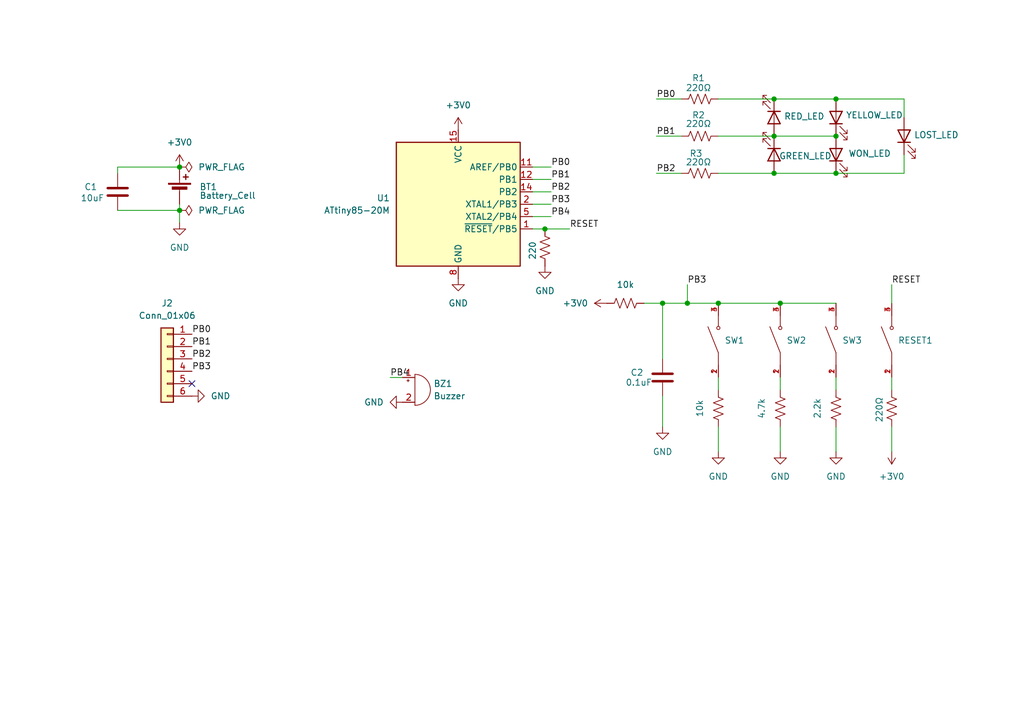
<source format=kicad_sch>
(kicad_sch (version 20250114) (generator "eeschema") (generator_version "9.0")
  (paper "A5")
  (title_block (title "Business Card PCB") (date "2025-09-25"))
  (lib_symbols
    (symbol "BUSINESS_PCB_SYM:B3SN-3012P" (pin_names (offset 1.016))
      (property "Reference" "S" (at -2.54 2.54 0))
      (property "Value" "B3SN-3012P" (at -2.54 -2.54 0))
      (symbol "B3SN-3012P_0_0"
        (polyline (pts (xy -2.54 0) (xy -5.08 0)) (stroke (width 0.1524)))
        (polyline (pts (xy -2.54 0) (xy 2.794 2.1336)) (stroke (width 0.1524)))
        (circle (center 2.54 0) (radius 0.3302) (stroke (width 0.1524)))
        (polyline (pts (xy 5.08 0) (xy 2.921 0)) (stroke (width 0.1524)))
        (pin passive line (at -7.62 0 0) (length 2.54) (name "~") (number "1"))
        (pin passive line (at -7.62 0 0) (length 2.54) (name "~") (number "2"))
        (pin passive line (at 7.62 0 180) (length 2.54) (name "~") (number "3"))
        (pin passive line (at 7.62 0 180) (length 2.54) (name "~") (number "4"))
      )
    )
    (symbol "Connector_Generic:Conn_01x06" (pin_names (offset 1.016) (hide yes))
      (property "Reference" "J" (at 0 7.62 0))
      (property "Value" "Conn_01x06" (at 0 -10.16 0))
      (symbol "Conn_01x06_1_1"
        (rectangle (start -1.27 6.35) (end 1.27 -8.89) (stroke (width 0.254)) (fill (type background)))
        (rectangle (start -1.27 5.207) (end 0 4.953) (stroke (width 0.1524)))
        (rectangle (start -1.27 2.667) (end 0 2.413) (stroke (width 0.1524)))
        (rectangle (start -1.27 0.127) (end 0 -0.127) (stroke (width 0.1524)))
        (rectangle (start -1.27 -2.413) (end 0 -2.667) (stroke (width 0.1524)))
        (rectangle (start -1.27 -4.953) (end 0 -5.207) (stroke (width 0.1524)))
        (rectangle (start -1.27 -7.493) (end 0 -7.747) (stroke (width 0.1524)))
        (pin passive line (at -5.08 5.08 0) (length 3.81) (name "Pin_1") (number "1"))
        (pin passive line (at -5.08 2.54 0) (length 3.81) (name "Pin_2") (number "2"))
        (pin passive line (at -5.08 0 0) (length 3.81) (name "Pin_3") (number "3"))
        (pin passive line (at -5.08 -2.54 0) (length 3.81) (name "Pin_4") (number "4"))
        (pin passive line (at -5.08 -5.08 0) (length 3.81) (name "Pin_5") (number "5"))
        (pin passive line (at -5.08 -7.62 0) (length 3.81) (name "Pin_6") (number "6"))
      )
    )
    (symbol "Device:Battery_Cell" (pin_numbers (hide yes)) (pin_names (offset 0) (hide yes))
      (property "Reference" "BT" (at 2.54 2.54 0))
      (property "Value" "Battery_Cell" (at 2.54 0 0))
      (symbol "Battery_Cell_0_1"
        (rectangle (start -2.286 1.778) (end 2.286 1.524) (fill (type outline)))
        (rectangle (start -1.524 1.016) (end 1.524 0.508) (fill (type outline)))
        (polyline (pts (xy 0 1.778) (xy 0 2.54)))
        (polyline (pts (xy 0 0.762) (xy 0 0)))
        (polyline (pts (xy 0.762 3.048) (xy 1.778 3.048)) (stroke (width 0.254)))
        (polyline (pts (xy 1.27 3.556) (xy 1.27 2.54)) (stroke (width 0.254)))
      )
      (symbol "Battery_Cell_1_1"
        (pin passive line (at 0 5.08 270) (length 2.54) (name "+") (number "1"))
        (pin passive line (at 0 -2.54 90) (length 2.54) (name "-") (number "2"))
      )
    )
    (symbol "Device:Buzzer" (pin_names (offset 0.0254) (hide yes))
      (property "Reference" "BZ" (at 3.81 1.27 0))
      (property "Value" "Buzzer" (at 3.81 -1.27 0))
      (symbol "Buzzer_0_1"
        (polyline (pts (xy -1.651 1.905) (xy -1.143 1.905)))
        (polyline (pts (xy -1.397 2.159) (xy -1.397 1.651)))
        (arc (start 0 3.175) (mid 3.1612 0) (end 0 -3.175))
        (polyline (pts (xy 0 3.175) (xy 0 -3.175)))
      )
      (symbol "Buzzer_1_1"
        (pin passive line (at -2.54 2.54 0) (length 2.54) (name "+") (number "1"))
        (pin passive line (at -2.54 -2.54 0) (length 2.54) (name "-") (number "2"))
      )
    )
    (symbol "Device:C" (pin_numbers (hide yes)) (pin_names (offset 0.254))
      (property "Reference" "C" (at 0.635 2.54 0))
      (property "Value" "C" (at 0.635 -2.54 0))
      (symbol "C_0_1"
        (polyline (pts (xy -2.032 0.762) (xy 2.032 0.762)) (stroke (width 0.508)))
        (polyline (pts (xy -2.032 -0.762) (xy 2.032 -0.762)) (stroke (width 0.508)))
      )
      (symbol "C_1_1"
        (pin passive line (at 0 3.81 270) (length 2.794) (name "~") (number "1"))
        (pin passive line (at 0 -3.81 90) (length 2.794) (name "~") (number "2"))
      )
    )
    (symbol "Device:LED" (pin_numbers (hide yes)) (pin_names (offset 1.016) (hide yes))
      (property "Reference" "D" (at 0 2.54 0))
      (property "Value" "LED" (at 0 -2.54 0))
      (symbol "LED_0_1"
        (polyline (pts (xy -3.048 -0.762) (xy -4.572 -2.286) (xy -3.81 -2.286) (xy -4.572 -2.286) (xy -4.572 -1.524)))
        (polyline (pts (xy -1.778 -0.762) (xy -3.302 -2.286) (xy -2.54 -2.286) (xy -3.302 -2.286) (xy -3.302 -1.524)))
        (polyline (pts (xy -1.27 0) (xy 1.27 0)))
        (polyline (pts (xy -1.27 -1.27) (xy -1.27 1.27)) (stroke (width 0.254)))
        (polyline (pts (xy 1.27 -1.27) (xy 1.27 1.27) (xy -1.27 0) (xy 1.27 -1.27)) (stroke (width 0.254)))
      )
      (symbol "LED_1_1"
        (pin passive line (at -3.81 0 0) (length 2.54) (name "K") (number "1"))
        (pin passive line (at 3.81 0 180) (length 2.54) (name "A") (number "2"))
      )
    )
    (symbol "Device:R_US" (pin_numbers (hide yes)) (pin_names (offset 0))
      (property "Reference" "R" (at 2.54 0 90))
      (property "Value" "R_US" (at -2.54 0 90))
      (symbol "R_US_0_1"
        (polyline (pts (xy 0 2.286) (xy 0 2.54)))
        (polyline (pts (xy 0 2.286) (xy 1.016 1.905) (xy 0 1.524) (xy -1.016 1.143) (xy 0 0.762)))
        (polyline (pts (xy 0 0.762) (xy 1.016 0.381) (xy 0 0) (xy -1.016 -0.381) (xy 0 -0.762)))
        (polyline (pts (xy 0 -0.762) (xy 1.016 -1.143) (xy 0 -1.524) (xy -1.016 -1.905) (xy 0 -2.286)))
        (polyline (pts (xy 0 -2.286) (xy 0 -2.54)))
      )
      (symbol "R_US_1_1"
        (pin passive line (at 0 3.81 270) (length 1.27) (name "~") (number "1"))
        (pin passive line (at 0 -3.81 90) (length 1.27) (name "~") (number "2"))
      )
    )
    (symbol "MCU_Microchip_ATtiny:ATtiny85-20M"
      (property "Reference" "U" (at -12.7 13.97 0))
      (property "Value" "ATtiny85-20M" (at 2.54 -13.97 0))
      (symbol "ATtiny85-20M_0_1"
        (rectangle (start -12.7 -12.7) (end 12.7 12.7) (stroke (width 0.254)) (fill (type background)))
      )
      (symbol "ATtiny85-20M_1_1"
        (pin no_connect line (at -12.7 10.16 0) (length 2.54) (hide yes) (name "NC") (number "3"))
        (pin no_connect line (at -12.7 7.62 0) (length 2.54) (hide yes) (name "NC") (number "4"))
        (pin no_connect line (at -12.7 5.08 0) (length 2.54) (hide yes) (name "NC") (number "6"))
        (pin no_connect line (at -12.7 2.54 0) (length 2.54) (hide yes) (name "NC") (number "7"))
        (pin no_connect line (at -12.7 0 0) (length 2.54) (hide yes) (name "NC") (number "9"))
        (pin no_connect line (at -12.7 -2.54 0) (length 2.54) (hide yes) (name "NC") (number "10"))
        (pin no_connect line (at -12.7 -5.08 0) (length 2.54) (hide yes) (name "NC") (number "13"))
        (pin no_connect line (at -12.7 -7.62 0) (length 2.54) (hide yes) (name "NC") (number "16"))
        (pin no_connect line (at -12.7 -10.16 0) (length 2.54) (hide yes) (name "NC") (number "17"))
        (pin no_connect line (at -7.62 -12.7 90) (length 2.54) (hide yes) (name "NC") (number "18"))
        (pin no_connect line (at -5.08 -12.7 90) (length 2.54) (hide yes) (name "NC") (number "19"))
        (pin no_connect line (at -2.54 -12.7 90) (length 2.54) (hide yes) (name "NC") (number "20"))
        (pin power_in line (at 0 15.24 270) (length 2.54) (name "VCC") (number "15"))
        (pin passive line (at 0 -15.24 90) (length 2.54) (hide yes) (name "GND") (number "21"))
        (pin power_in line (at 0 -15.24 90) (length 2.54) (name "GND") (number "8"))
        (pin bidirectional line (at 15.24 7.62 180) (length 2.54) (name "AREF/PB0") (number "11"))
        (pin bidirectional line (at 15.24 5.08 180) (length 2.54) (name "PB1") (number "12"))
        (pin bidirectional line (at 15.24 2.54 180) (length 2.54) (name "PB2") (number "14"))
        (pin bidirectional line (at 15.24 0 180) (length 2.54) (name "XTAL1/PB3") (number "2"))
        (pin bidirectional line (at 15.24 -2.54 180) (length 2.54) (name "XTAL2/PB4") (number "5"))
        (pin bidirectional line (at 15.24 -5.08 180) (length 2.54) (name "~{RESET}/PB5") (number "1"))
      )
    )
    (symbol "power:+3V0" (power) (pin_numbers (hide yes)) (pin_names (offset 0) (hide yes))
      (property "Value" "+3V0" (at 0 3.556 0))
      (symbol "+3V0_0_1"
        (polyline (pts (xy -0.762 1.27) (xy 0 2.54)))
        (polyline (pts (xy 0 2.54) (xy 0.762 1.27)))
        (polyline (pts (xy 0 0) (xy 0 2.54)))
      )
      (symbol "+3V0_1_1"
        (pin power_in line (at 0 0 90) (length 0) (name "~") (number "1"))
      )
    )
    (symbol "power:GND" (power) (pin_numbers (hide yes)) (pin_names (offset 0) (hide yes))
      (property "Value" "GND" (at 0 -3.81 0))
      (symbol "GND_0_1"
        (polyline (pts (xy 0 0) (xy 0 -1.27) (xy 1.27 -1.27) (xy 0 -2.54) (xy -1.27 -1.27) (xy 0 -1.27)))
      )
      (symbol "GND_1_1"
        (pin power_in line (at 0 0 270) (length 0) (name "~") (number "1"))
      )
    )
    (symbol "power:PWR_FLAG" (power) (pin_numbers (hide yes)) (pin_names (offset 0) (hide yes))
      (property "Value" "PWR_FLAG" (at 0 3.81 0))
      (symbol "PWR_FLAG_0_0"
        (pin power_out line (at 0 0 90) (length 0) (name "~") (number "1"))
      )
      (symbol "PWR_FLAG_0_1"
        (polyline (pts (xy 0 0) (xy 0 1.27) (xy -1.016 1.905) (xy 0 2.54) (xy 1.016 1.905) (xy 0 1.27)))
      )
    )
  )
  (junction (at 158.75 35.56))
  (junction (at 36.83 43.18))
  (junction (at 160.02 62.23))
  (junction (at 158.75 27.94))
  (junction (at 135.89 62.23))
  (junction (at 147.32 62.23))
  (junction (at 158.75 20.32))
  (junction (at 171.45 35.56))
  (junction (at 140.97 62.23))
  (junction (at 36.83 34.29))
  (junction (at 171.45 20.32))
  (junction (at 171.45 27.94))
  (junction (at 111.76 46.99))
  (no_connect (at 39.37 78.74))
  (wire (pts (xy 135.89 81.28) (xy 135.89 87.63)))
  (wire (pts (xy 139.7 35.56) (xy 134.62 35.56)))
  (wire (pts (xy 171.45 87.63) (xy 171.45 92.71)))
  (wire (pts (xy 185.42 31.75) (xy 185.42 35.56)))
  (wire (pts (xy 24.13 35.56) (xy 24.13 34.29)))
  (wire (pts (xy 109.22 36.83) (xy 113.03 36.83)))
  (wire (pts (xy 160.02 62.23) (xy 171.45 62.23)))
  (wire (pts (xy 147.32 77.47) (xy 147.32 80.01)))
  (wire (pts (xy 147.32 20.32) (xy 158.75 20.32)))
  (wire (pts (xy 147.32 62.23) (xy 160.02 62.23)))
  (wire (pts (xy 111.76 46.99) (xy 116.84 46.99)))
  (wire (pts (xy 158.75 27.94) (xy 171.45 27.94)))
  (wire (pts (xy 135.89 73.66) (xy 135.89 62.23)))
  (wire (pts (xy 171.45 20.32) (xy 185.42 20.32)))
  (wire (pts (xy 109.22 34.29) (xy 113.03 34.29)))
  (wire (pts (xy 160.02 77.47) (xy 160.02 80.01)))
  (wire (pts (xy 139.7 27.94) (xy 134.62 27.94)))
  (wire (pts (xy 135.89 62.23) (xy 140.97 62.23)))
  (wire (pts (xy 36.83 45.72) (xy 36.83 43.18)))
  (wire (pts (xy 147.32 35.56) (xy 158.75 35.56)))
  (wire (pts (xy 140.97 62.23) (xy 147.32 62.23)))
  (wire (pts (xy 134.62 20.32) (xy 139.7 20.32)))
  (wire (pts (xy 24.13 43.18) (xy 36.83 43.18)))
  (wire (pts (xy 158.75 35.56) (xy 171.45 35.56)))
  (wire (pts (xy 36.83 43.18) (xy 36.83 41.91)))
  (wire (pts (xy 113.03 41.91) (xy 109.22 41.91)))
  (wire (pts (xy 171.45 77.47) (xy 171.45 80.01)))
  (wire (pts (xy 132.08 62.23) (xy 135.89 62.23)))
  (wire (pts (xy 182.88 58.42) (xy 182.88 62.23)))
  (wire (pts (xy 147.32 27.94) (xy 158.75 27.94)))
  (wire (pts (xy 182.88 77.47) (xy 182.88 80.01)))
  (wire (pts (xy 24.13 34.29) (xy 36.83 34.29)))
  (wire (pts (xy 109.22 39.37) (xy 113.03 39.37)))
  (wire (pts (xy 158.75 20.32) (xy 171.45 20.32)))
  (wire (pts (xy 140.97 58.42) (xy 140.97 62.23)))
  (wire (pts (xy 80.01 77.47) (xy 82.55 77.47)))
  (wire (pts (xy 109.22 46.99) (xy 111.76 46.99)))
  (wire (pts (xy 171.45 35.56) (xy 185.42 35.56)))
  (wire (pts (xy 182.88 87.63) (xy 182.88 92.71)))
  (wire (pts (xy 185.42 24.13) (xy 185.42 20.32)))
  (wire (pts (xy 160.02 87.63) (xy 160.02 92.71)))
  (wire (pts (xy 113.03 44.45) (xy 109.22 44.45)))
  (wire (pts (xy 147.32 87.63) (xy 147.32 92.71)))
  (label "PB4" (at 80.01 77.47 0))
  (label "RESET" (at 182.88 58.42 0))
  (label "PB2" (at 134.62 35.56 0))
  (label "RESET" (at 116.84 46.99 0))
  (label "PB0" (at 134.62 20.32 0))
  (label "PB3" (at 39.37 76.2 0))
  (label "PB2" (at 113.03 39.37 0))
  (label "PB0" (at 39.37 68.58 0))
  (label "PB0" (at 113.03 34.29 0))
  (label "PB3" (at 140.97 58.42 0))
  (label "PB2" (at 39.37 73.66 0))
  (label "PB1" (at 39.37 71.12 0))
  (label "PB1" (at 134.62 27.94 0))
  (label "PB3" (at 113.03 41.91 0))
  (label "PB4" (at 113.03 44.45 0))
  (label "PB1" (at 113.03 36.83 0))
  (symbol (lib_id "power:GND") (at 93.98 57.15 0) (unit 1)
    (property "Reference" "#PWR04" (effects (hide yes)))
    (property "Value" "GND" (at 93.98 62.23 0))
    (property "Description" "Power symbol creates a global label with name \"GND\" , ground" (effects (hide yes)))
  )
  (symbol (lib_id "Device:LED") (at 158.75 24.13 270) (unit 1)
    (property "Reference" "LED1" (effects (hide yes)))
    (property "Value" "RED_LED" (at 160.782 23.876 90) (effects (justify left)))
    (property "Footprint" "BUSINESS_CARD:SMD_RED_LTST-S270KRKT" (effects (hide yes)))
    (property "Description" "Light emitting diode" (effects (hide yes)))
    (property "Sim.Pins" "1=K 2=A" (effects (hide yes)))
  )
  (symbol (lib_id "Device:R_US") (at 171.45 83.82 180) (unit 1)
    (property "Reference" "R7" (effects (hide yes)))
    (property "Value" "2.2k" (at 167.64 83.82 90))
    (property "Footprint" "BUSINESS_CARD:R_0222" (effects (hide yes)))
    (property "Description" "Resistor, US symbol" (effects (hide yes)))
  )
  (symbol (lib_id "BUSINESS_PCB_SYM:B3SN-3012P") (at 171.45 69.85 90) (unit 1)
    (property "Reference" "SW3" (at 172.72 69.8499 90) (effects (justify right)))
    (property "Value" "B3SN-3012P" (effects (hide yes)))
    (property "Footprint" "BUSINESS_CARD:SW_B3SN-3012P" (effects (hide yes)))
    (property "PARTREV" "0719(0207)(O)" (effects (hide yes)))
    (property "MANUFACTURER" "Omron" (effects (hide yes)))
    (property "MAXIMUM_PACKAGE_HEIGHT" "3.4mm" (effects (hide yes)))
    (property "STANDARD" "Manufacturer Recommendations" (effects (hide yes)))
  )
  (symbol (lib_id "Device:R_US") (at 111.76 50.8 0) (unit 1)
    (property "Reference" "R9" (effects (hide yes)))
    (property "Value" "220" (at 109.22 53.34 90) (effects (justify left)))
    (property "Footprint" "BUSINESS_CARD:221_R_RESC1005X40N" (effects (hide yes)))
    (property "Description" "Resistor, US symbol" (effects (hide yes)))
  )
  (symbol (lib_id "BUSINESS_PCB_SYM:B3SN-3012P") (at 147.32 69.85 90) (unit 1)
    (property "Reference" "SW1" (at 148.59 69.8499 90) (effects (justify right)))
    (property "Value" "B3SN-3012P" (effects (hide yes)))
    (property "Footprint" "BUSINESS_CARD:SW_B3SN-3012P" (effects (hide yes)))
    (property "PARTREV" "0719(0207)(O)" (effects (hide yes)))
    (property "MANUFACTURER" "Omron" (effects (hide yes)))
    (property "MAXIMUM_PACKAGE_HEIGHT" "3.4mm" (effects (hide yes)))
    (property "STANDARD" "Manufacturer Recommendations" (effects (hide yes)))
  )
  (symbol (lib_id "power:GND") (at 160.02 92.71 0) (unit 1)
    (property "Reference" "#PWR07" (effects (hide yes)))
    (property "Value" "GND" (at 160.02 97.79 0))
    (property "Description" "Power symbol creates a global label with name \"GND\" , ground" (effects (hide yes)))
  )
  (symbol (lib_id "power:GND") (at 82.55 82.55 270) (unit 1)
    (property "Reference" "#PWR011" (effects (hide yes)))
    (property "Value" "GND" (at 78.74 82.5499 90) (effects (justify right)))
    (property "Description" "Power symbol creates a global label with name \"GND\" , ground" (effects (hide yes)))
  )
  (symbol (lib_id "power:+3V0") (at 36.83 34.29 0) (unit 1)
    (property "Reference" "#PWR01" (effects (hide yes)))
    (property "Value" "+3V0" (at 36.83 29.21 0))
    (property "Description" "Power symbol creates a global label with name \"+3V0\"" (effects (hide yes)))
  )
  (symbol (lib_id "Device:C") (at 24.13 39.37 0) (unit 1)
    (property "Reference" "C1" (at 17.272 38.354 0) (effects (justify left)))
    (property "Value" "10uF" (at 16.51 40.64 0) (effects (justify left)))
    (property "Footprint" "BUSINESS_CARD:C_106" (effects (hide yes)))
    (property "Description" "Unpolarized capacitor" (effects (hide yes)))
  )
  (symbol (lib_id "BUSINESS_PCB_SYM:B3SN-3012P") (at 182.88 69.85 90) (unit 1)
    (property "Reference" "RESET1" (at 184.15 69.8499 90) (effects (justify right)))
    (property "Value" "B3SN-3012P" (effects (hide yes)))
    (property "Footprint" "BUSINESS_CARD:SW_B3SN-3012P" (effects (hide yes)))
    (property "PARTREV" "0719(0207)(O)" (effects (hide yes)))
    (property "MANUFACTURER" "Omron" (effects (hide yes)))
    (property "MAXIMUM_PACKAGE_HEIGHT" "3.4mm" (effects (hide yes)))
    (property "STANDARD" "Manufacturer Recommendations" (effects (hide yes)))
  )
  (symbol (lib_id "Device:R_US") (at 143.51 20.32 90) (unit 1)
    (property "Reference" "R1" (at 143.256 16.002 90))
    (property "Value" "220Ω" (at 143.256 18.034 90))
    (property "Footprint" "BUSINESS_CARD:221_R_RESC1005X40N" (effects (hide yes)))
    (property "Description" "Resistor, US symbol" (effects (hide yes)))
  )
  (symbol (lib_id "BUSINESS_PCB_SYM:B3SN-3012P") (at 160.02 69.85 90) (unit 1)
    (property "Reference" "SW2" (at 161.29 69.8499 90) (effects (justify right)))
    (property "Value" "B3SN-3012P" (effects (hide yes)))
    (property "Footprint" "BUSINESS_CARD:SW_B3SN-3012P" (effects (hide yes)))
    (property "PARTREV" "0719(0207)(O)" (effects (hide yes)))
    (property "MANUFACTURER" "Omron" (effects (hide yes)))
    (property "MAXIMUM_PACKAGE_HEIGHT" "3.4mm" (effects (hide yes)))
    (property "STANDARD" "Manufacturer Recommendations" (effects (hide yes)))
  )
  (symbol (lib_id "Device:R_US") (at 143.51 35.56 90) (unit 1)
    (property "Reference" "R3" (at 142.748 31.496 90))
    (property "Value" "220Ω" (at 143.256 33.274 90))
    (property "Footprint" "BUSINESS_CARD:221_R_RESC1005X40N" (effects (hide yes)))
    (property "Description" "Resistor, US symbol" (effects (hide yes)))
  )
  (symbol (lib_id "MCU_Microchip_ATtiny:ATtiny85-20M") (at 93.98 41.91 0) (unit 1)
    (property "Reference" "U1" (at 80.01 40.6399 0) (effects (justify right)))
    (property "Value" "ATtiny85-20M" (at 80.01 43.1799 0) (effects (justify right)))
    (property "Footprint" "Package_DFN_QFN:QFN-20-1EP_4x4mm_P0.5mm_EP2.6x2.6mm" (effects (hide yes)))
    (property "Datasheet" "http://ww1.microchip.com/downloads/en/DeviceDoc/atmel-2586-avr-8-bit-microcontroller-attiny25-attiny45-attiny85_datasheet.pdf" (effects (hide yes)))
    (property "Description" "20MHz, 8kB Flash, 512B SRAM, 512B EEPROM, debugWIRE, QFN-20" (effects (hide yes)))
  )
  (symbol (lib_id "power:GND") (at 39.37 81.28 90) (unit 1)
    (property "Reference" "#PWR014" (effects (hide yes)))
    (property "Value" "GND" (at 43.18 81.2799 90) (effects (justify right)))
    (property "Description" "Power symbol creates a global label with name \"GND\" , ground" (effects (hide yes)))
  )
  (symbol (lib_id "Device:R_US") (at 147.32 83.82 180) (unit 1)
    (property "Reference" "R5" (effects (hide yes)))
    (property "Value" "10k" (at 143.51 83.82 90))
    (property "Footprint" "BUSINESS_CARD:R_0103" (effects (hide yes)))
    (property "Description" "Resistor, US symbol" (effects (hide yes)))
  )
  (symbol (lib_id "Device:R_US") (at 182.88 83.82 180) (unit 1)
    (property "Reference" "R8" (effects (hide yes)))
    (property "Value" "220Ω" (at 180.34 84.074 90))
    (property "Footprint" "BUSINESS_CARD:221_R_RESC1005X40N" (effects (hide yes)))
    (property "Description" "Resistor, US symbol" (effects (hide yes)))
  )
  (symbol (lib_id "Device:R_US") (at 128.27 62.23 90) (unit 1)
    (property "Reference" "R4" (effects (hide yes)))
    (property "Value" "10k" (at 128.27 58.42 90))
    (property "Footprint" "BUSINESS_CARD:R_0103" (effects (hide yes)))
    (property "Description" "Resistor, US symbol" (effects (hide yes)))
  )
  (symbol (lib_id "Device:LED") (at 158.75 31.75 270) (unit 1)
    (property "Reference" "LED2" (effects (hide yes)))
    (property "Value" "GREEN_LED" (at 159.766 32.004 90) (effects (justify left)))
    (property "Footprint" "BUSINESS_CARD:SMD__GREEN_LTST-C170GKT_LTO" (effects (hide yes)))
    (property "Description" "Light emitting diode" (effects (hide yes)))
    (property "Sim.Pins" "1=K 2=A" (effects (hide yes)))
  )
  (symbol (lib_id "Device:LED") (at 171.45 31.75 90) (unit 1)
    (property "Reference" "LED4" (effects (hide yes)))
    (property "Value" "WON_LED" (at 173.99 31.496 90) (effects (justify right)))
    (property "Footprint" "BUSINESS_CARD:SMD_RED_LTST-S270KRKT" (effects (hide yes)))
    (property "Description" "Light emitting diode" (effects (hide yes)))
    (property "Sim.Pins" "1=K 2=A" (effects (hide yes)))
  )
  (symbol (lib_id "Device:LED") (at 171.45 24.13 90) (unit 1)
    (property "Reference" "LED3" (effects (hide yes)))
    (property "Value" "YELLOW_LED" (at 173.482 23.622 90) (effects (justify right)))
    (property "Footprint" "BUSINESS_CARD:YELLOW_LED_.LTST-C190KSKT" (effects (hide yes)))
    (property "Description" "Light emitting diode" (effects (hide yes)))
    (property "Sim.Pins" "1=K 2=A" (effects (hide yes)))
  )
  (symbol (lib_id "Device:R_US") (at 160.02 83.82 180) (unit 1)
    (property "Reference" "R6" (effects (hide yes)))
    (property "Value" "4.7k" (at 156.21 83.82 90))
    (property "Footprint" "BUSINESS_CARD:R_0472" (effects (hide yes)))
    (property "Description" "Resistor, US symbol" (effects (hide yes)))
  )
  (symbol (lib_id "power:GND") (at 135.89 87.63 0) (unit 1)
    (property "Reference" "#PWR010" (effects (hide yes)))
    (property "Value" "GND" (at 135.89 92.71 0))
    (property "Description" "Power symbol creates a global label with name \"GND\" , ground" (effects (hide yes)))
  )
  (symbol (lib_id "Device:LED") (at 185.42 27.94 90) (unit 1)
    (property "Reference" "LED5" (effects (hide yes)))
    (property "Value" "LOST_LED" (at 187.452 27.686 90) (effects (justify right)))
    (property "Footprint" "BUSINESS_CARD:SMD_RED_LTST-S270KRKT" (effects (hide yes)))
    (property "Description" "Light emitting diode" (effects (hide yes)))
    (property "Sim.Pins" "1=K 2=A" (effects (hide yes)))
  )
  (symbol (lib_id "Device:R_US") (at 143.51 27.94 90) (unit 1)
    (property "Reference" "R2" (at 143.256 23.622 90))
    (property "Value" "220Ω" (at 143.256 25.4 90))
    (property "Footprint" "BUSINESS_CARD:221_R_RESC1005X40N" (effects (hide yes)))
    (property "Description" "Resistor, US symbol" (effects (hide yes)))
  )
  (symbol (lib_id "power:GND") (at 147.32 92.71 0) (unit 1)
    (property "Reference" "#PWR06" (effects (hide yes)))
    (property "Value" "GND" (at 147.32 97.79 0))
    (property "Description" "Power symbol creates a global label with name \"GND\" , ground" (effects (hide yes)))
  )
  (symbol (lib_id "Device:Battery_Cell") (at 36.83 39.37 0) (unit 1)
    (property "Reference" "BT1" (at 40.894 38.354 0) (effects (justify left)))
    (property "Value" "Battery_Cell" (at 40.894 40.132 0) (effects (justify left)))
    (property "Footprint" "Coin_Battery_Holder_CR2032:Coin_Battery_Holder_CR2032" (effects (hide yes)))
    (property "Description" "Single-cell battery" (effects (hide yes)))
  )
  (symbol (lib_id "power:+3V0") (at 93.98 26.67 0) (unit 1)
    (property "Reference" "#PWR03" (effects (hide yes)))
    (property "Value" "+3V0" (at 93.98 21.59 0))
    (property "Description" "Power symbol creates a global label with name \"+3V0\"" (effects (hide yes)))
  )
  (symbol (lib_id "power:PWR_FLAG") (at 36.83 43.18 270) (unit 1)
    (property "Reference" "#FLG02" (effects (hide yes)))
    (property "Value" "PWR_FLAG" (at 40.64 43.1799 90) (effects (justify left)))
    (property "Description" "Special symbol for telling ERC where power comes from" (effects (hide yes)))
  )
  (symbol (lib_id "power:GND") (at 171.45 92.71 0) (unit 1)
    (property "Reference" "#PWR08" (effects (hide yes)))
    (property "Value" "GND" (at 171.45 97.79 0))
    (property "Description" "Power symbol creates a global label with name \"GND\" , ground" (effects (hide yes)))
  )
  (symbol (lib_id "Device:Buzzer") (at 85.09 80.01 0) (unit 1)
    (property "Reference" "BZ1" (at 88.9 78.7399 0) (effects (justify left)))
    (property "Value" "Buzzer" (at 88.9 81.2799 0) (effects (justify left)))
    (property "Footprint" "BUSINESS_CARD:piezo_buzzer" (effects (hide yes)))
    (property "Description" "Buzzer, polarized" (effects (hide yes)))
  )
  (symbol (lib_id "power:GND") (at 36.83 45.72 0) (unit 1)
    (property "Reference" "#PWR02" (effects (hide yes)))
    (property "Value" "GND" (at 36.83 50.8 0))
    (property "Description" "Power symbol creates a global label with name \"GND\" , ground" (effects (hide yes)))
  )
  (symbol (lib_id "Device:C") (at 135.89 77.47 0) (unit 1)
    (property "Reference" "C2" (at 129.286 76.454 0) (effects (justify left)))
    (property "Value" "0.1uF" (at 128.27 78.486 0) (effects (justify left)))
    (property "Footprint" "BUSINESS_CARD:C_104" (effects (hide yes)))
    (property "Description" "Unpolarized capacitor" (effects (hide yes)))
  )
  (symbol (lib_id "power:+3V0") (at 124.46 62.23 90) (unit 1)
    (property "Reference" "#PWR05" (effects (hide yes)))
    (property "Value" "+3V0" (at 120.65 62.2299 90) (effects (justify left)))
    (property "Description" "Power symbol creates a global label with name \"+3V0\"" (effects (hide yes)))
  )
  (symbol (lib_id "power:GND") (at 111.76 54.61 0) (unit 1)
    (property "Reference" "#PWR012" (effects (hide yes)))
    (property "Value" "GND" (at 111.76 59.69 0))
    (property "Description" "Power symbol creates a global label with name \"GND\" , ground" (effects (hide yes)))
  )
  (symbol (lib_id "power:+3V0") (at 182.88 92.71 180) (unit 1)
    (property "Reference" "#PWR09" (effects (hide yes)))
    (property "Value" "+3V0" (at 182.88 97.79 0))
    (property "Description" "Power symbol creates a global label with name \"+3V0\"" (effects (hide yes)))
  )
  (symbol (lib_id "Connector_Generic:Conn_01x06") (at 34.29 73.66 0) (mirror y) (unit 1)
    (property "Reference" "J2" (at 34.29 62.23 0))
    (property "Value" "Conn_01x06" (at 34.29 64.77 0))
    (property "Footprint" "BUSINESS_CARD:conn_01x06" (effects (hide yes)))
    (property "Description" "Generic connector, single row, 01x06, script generated (kicad-library-utils/schlib/autogen/connector/)" (effects (hide yes)))
  )
  (symbol (lib_id "power:PWR_FLAG") (at 36.83 34.29 270) (unit 1)
    (property "Reference" "#FLG01" (effects (hide yes)))
    (property "Value" "PWR_FLAG" (at 40.64 34.2899 90) (effects (justify left)))
    (property "Description" "Special symbol for telling ERC where power comes from" (effects (hide yes)))
  )
)
</source>
